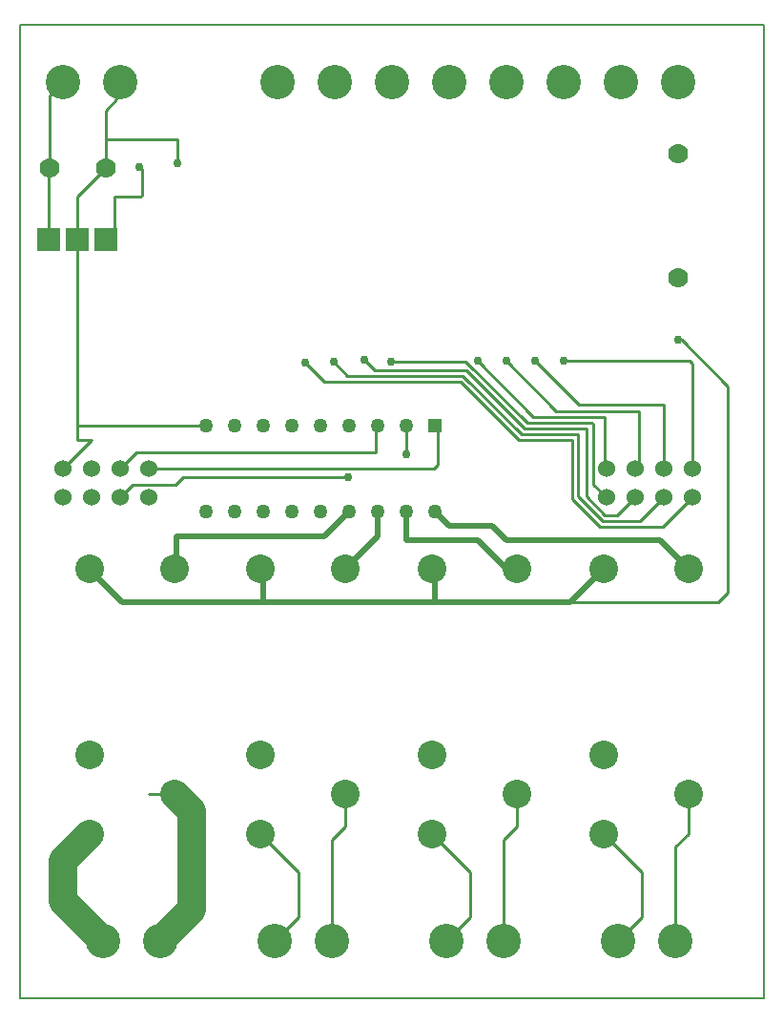
<source format=gbr>
G04 PROTEUS GERBER X2 FILE*
%TF.GenerationSoftware,Labcenter,Proteus,8.5-SP1-Build22252*%
%TF.CreationDate,2016-12-04T16:33:54+00:00*%
%TF.FileFunction,Copper,L16,Bot*%
%TF.FilePolarity,Positive*%
%TF.Part,Single*%
%FSLAX45Y45*%
%MOMM*%
G01*
%TA.AperFunction,Conductor*%
%ADD12C,0.508000*%
%ADD25C,2.540000*%
%ADD10C,0.254000*%
%TA.AperFunction,ViaPad*%
%ADD13C,0.762000*%
%TA.AperFunction,ComponentPad*%
%ADD14C,3.048000*%
%ADD15C,2.540000*%
%ADD16R,1.270000X1.270000*%
%ADD17C,1.270000*%
%ADD18R,2.032000X2.032000*%
%ADD19C,1.778000*%
%ADD23C,1.524000*%
%TA.AperFunction,Profile*%
%ADD24C,0.203200*%
D12*
X-9307000Y+7874000D02*
X-9561000Y+8128000D01*
X-10922000Y+8128000D01*
X-11049000Y+8255000D01*
X-11430000Y+8255000D01*
X-11557000Y+8382000D01*
X-10831000Y+7874000D02*
X-10922000Y+7874000D01*
X-11176000Y+8128000D01*
X-11811000Y+8128000D01*
X-11811000Y+8382000D01*
X-12355000Y+7874000D02*
X-12065000Y+8164000D01*
X-12065000Y+8382000D01*
X-13867000Y+7874000D02*
X-13845892Y+7895108D01*
X-13845892Y+8162137D01*
X-12538863Y+8162137D01*
X-12319000Y+8382000D01*
D25*
X-14502000Y+4572000D02*
X-14859000Y+4929000D01*
X-14859000Y+5282000D01*
X-14617000Y+5524000D01*
D10*
X-13867000Y+5874000D02*
X-14097000Y+5874000D01*
X-14097000Y+5874001D01*
X-13867000Y+5874001D01*
D25*
X-13867000Y+5874000D02*
X-13716000Y+5723000D01*
X-13716000Y+4850000D01*
X-13994000Y+4572000D01*
D10*
X-13105000Y+5524000D02*
X-12763500Y+5182500D01*
X-12763500Y+4786500D01*
X-12978000Y+4572000D01*
X-12355000Y+5874001D02*
X-12355000Y+5874000D01*
X-12355000Y+5588000D01*
X-12470000Y+5473000D01*
X-12470000Y+4572000D01*
X-11581000Y+5524000D02*
X-11239500Y+5182500D01*
X-11239500Y+4786500D01*
X-11454000Y+4572000D01*
X-10831000Y+5874001D02*
X-10831000Y+5874000D01*
X-10831000Y+5588000D01*
X-10946000Y+5473000D01*
X-10946000Y+4572000D01*
X-10057000Y+5524000D02*
X-9715500Y+5182500D01*
X-9715500Y+4786500D01*
X-9930000Y+4572000D01*
X-9307000Y+5874001D02*
X-9307000Y+5874000D01*
X-9307000Y+5524500D01*
X-9422000Y+5409500D01*
X-9422000Y+4572000D01*
X-14478000Y+10795000D02*
X-14397730Y+10875270D01*
X-14397730Y+11174008D01*
X-14168384Y+11174008D01*
X-14156917Y+11185475D01*
X-14156917Y+11420554D01*
X-14179852Y+11443489D01*
D12*
X-13081000Y+7577764D02*
X-13081000Y+7779113D01*
X-13099514Y+7797627D01*
X-13105000Y+7874000D01*
X-14617000Y+7874000D02*
X-14501142Y+7747000D01*
X-14331906Y+7577764D01*
X-13081000Y+7577764D01*
X-11557000Y+7577764D02*
X-11557000Y+7772170D01*
X-11519971Y+7809199D01*
X-11581000Y+7874000D01*
X-13081000Y+7577764D02*
X-11557000Y+7577764D01*
X-10353236Y+7577764D02*
X-10057000Y+7874000D01*
X-11557000Y+7577764D02*
X-10368581Y+7577764D01*
X-10353236Y+7577764D01*
D10*
X-9042891Y+7577764D01*
X-8952872Y+7667783D01*
X-8952872Y+9493566D01*
X-9398000Y+9906000D02*
X-9365306Y+9906000D01*
X-8952872Y+9493566D01*
X-14732000Y+10795000D02*
X-14732000Y+11176000D01*
X-14478000Y+11430000D01*
X-13841567Y+11472157D02*
X-13843000Y+11473590D01*
X-13843000Y+11684000D01*
X-14478000Y+11684000D01*
X-14478000Y+11430000D02*
X-14478000Y+11684000D01*
X-14478000Y+11942097D01*
X-14380497Y+12039600D01*
X-14351000Y+12192000D01*
X-14732000Y+9144000D02*
X-13589000Y+9144000D01*
X-14732000Y+9144000D02*
X-14732000Y+9017000D01*
X-14732000Y+10795000D02*
X-14732000Y+9144000D01*
X-14732000Y+9017000D02*
X-14605000Y+9017000D01*
X-14859000Y+8763000D01*
X-12710079Y+9707961D02*
X-12539090Y+9536972D01*
X-11329889Y+9536972D01*
X-10809308Y+9016391D01*
X-10337208Y+9016391D01*
X-10337208Y+8497792D01*
X-10088366Y+8248950D01*
X-9531050Y+8248950D01*
X-9271000Y+8509000D01*
X-12454568Y+9709472D02*
X-12332873Y+9587777D01*
X-11305501Y+9587777D01*
X-10784891Y+9067167D01*
X-10286432Y+9067167D01*
X-10286432Y+8518804D01*
X-10067378Y+8299750D01*
X-9734250Y+8299750D01*
X-9525000Y+8509000D01*
X-12179269Y+9730771D02*
X-12087031Y+9638533D01*
X-11276016Y+9638533D01*
X-10755423Y+9117940D01*
X-10211658Y+9117940D01*
X-10211658Y+8521203D01*
X-10043890Y+8353435D01*
X-9934565Y+8353435D01*
X-9779000Y+8509000D01*
X-11946373Y+9715706D02*
X-11281391Y+9715706D01*
X-10734469Y+9168784D01*
X-10161327Y+9168784D01*
X-10147906Y+9155363D01*
X-10147906Y+8623906D01*
X-10033000Y+8509000D01*
X-11176000Y+9718040D02*
X-10683315Y+9225355D01*
X-10047246Y+9225355D01*
X-10047246Y+8777246D01*
X-10033000Y+8763000D01*
X-10922000Y+9718040D02*
X-10480115Y+9276155D01*
X-9741910Y+9276155D01*
X-9741910Y+8800090D01*
X-9779000Y+8763000D01*
X-10668000Y+9718040D02*
X-10279801Y+9329841D01*
X-10184816Y+9329841D01*
X-9527167Y+9329841D01*
X-9520456Y+9323130D01*
X-9520456Y+8767544D01*
X-9525000Y+8763000D01*
X-10414000Y+9718040D02*
X-9291272Y+9718040D01*
X-9265450Y+9692218D01*
X-9265450Y+8768550D01*
X-9271000Y+8763000D01*
X-12327063Y+8686840D02*
X-12327063Y+8689421D01*
X-13789579Y+8689421D01*
X-13855095Y+8623905D01*
X-14236095Y+8623905D01*
X-14351000Y+8509000D01*
X-12065000Y+9144000D02*
X-12080118Y+9128882D01*
X-12080118Y+8911167D01*
X-14202833Y+8911167D01*
X-14351000Y+8763000D01*
X-11811000Y+8890000D02*
X-11811000Y+9144000D01*
X-11557000Y+9144000D02*
X-11530793Y+9117793D01*
X-11530793Y+8795255D01*
X-11563048Y+8763000D01*
X-14097000Y+8763000D01*
X-14978000Y+11430000D02*
X-14978000Y+12073000D01*
X-14859000Y+12192000D01*
X-14978000Y+11430000D02*
X-14986000Y+11422000D01*
X-14986000Y+10795000D01*
D13*
X-14179852Y+11443489D03*
X-9398000Y+9906000D03*
X-13841567Y+11472157D03*
X-12710079Y+9707961D03*
X-12454568Y+9709472D03*
X-12179269Y+9730771D03*
X-11946373Y+9715706D03*
X-11176000Y+9718040D03*
X-10922000Y+9718040D03*
X-10668000Y+9718040D03*
X-10414000Y+9718040D03*
X-12327063Y+8686840D03*
X-11811000Y+8890000D03*
D14*
X-14859000Y+12192000D03*
X-14351000Y+12192000D03*
X-12954000Y+12192000D03*
X-12446000Y+12192000D03*
X-11938000Y+12192000D03*
X-11430000Y+12192000D03*
X-10922000Y+12192000D03*
X-10414000Y+12192000D03*
X-9906000Y+12192000D03*
X-9398000Y+12192000D03*
X-14502000Y+4572000D03*
X-13994000Y+4572000D03*
X-12978000Y+4572000D03*
X-12470000Y+4572000D03*
X-11454000Y+4572000D03*
X-10946000Y+4572000D03*
X-9930000Y+4572000D03*
X-9422000Y+4572000D03*
D15*
X-14617000Y+7874000D03*
X-13867000Y+7874000D03*
X-13867000Y+5874000D03*
X-14617000Y+6224000D03*
X-14617000Y+5524000D03*
X-13105000Y+7874000D03*
X-12355000Y+7874000D03*
X-12355000Y+5874000D03*
X-13105000Y+6224000D03*
X-13105000Y+5524000D03*
X-11581000Y+7874000D03*
X-10831000Y+7874000D03*
X-10831000Y+5874000D03*
X-11581000Y+6224000D03*
X-11581000Y+5524000D03*
X-10057000Y+7874000D03*
X-9307000Y+7874000D03*
X-9307000Y+5874000D03*
X-10057000Y+6224000D03*
X-10057000Y+5524000D03*
D16*
X-11557000Y+9144000D03*
D17*
X-11811000Y+9144000D03*
X-12065000Y+9144000D03*
X-12319000Y+9144000D03*
X-12573000Y+9144000D03*
X-12827000Y+9144000D03*
X-13081000Y+9144000D03*
X-13335000Y+9144000D03*
X-13589000Y+9144000D03*
X-13589000Y+8382000D03*
X-13335000Y+8382000D03*
X-13081000Y+8382000D03*
X-12827000Y+8382000D03*
X-12573000Y+8382000D03*
X-12319000Y+8382000D03*
X-12065000Y+8382000D03*
X-11811000Y+8382000D03*
X-11557000Y+8382000D03*
D18*
X-14986000Y+10795000D03*
X-14732000Y+10795000D03*
X-14478000Y+10795000D03*
D19*
X-14978000Y+11430000D03*
X-14478000Y+11430000D03*
X-9398000Y+10457000D03*
X-9398000Y+11557000D03*
D23*
X-14859000Y+8509000D03*
X-14859000Y+8763000D03*
X-14605000Y+8509000D03*
X-14605000Y+8763000D03*
X-14351000Y+8509000D03*
X-14351000Y+8763000D03*
X-14097000Y+8509000D03*
X-14097000Y+8763000D03*
X-10033000Y+8509000D03*
X-10033000Y+8763000D03*
X-9779000Y+8509000D03*
X-9779000Y+8763000D03*
X-9525000Y+8509000D03*
X-9525000Y+8763000D03*
X-9271000Y+8509000D03*
X-9271000Y+8763000D03*
D24*
X-15240000Y+4064000D02*
X-8636000Y+4064000D01*
X-8636000Y+12700000D01*
X-15240000Y+12700000D01*
X-15240000Y+4064000D01*
M02*

</source>
